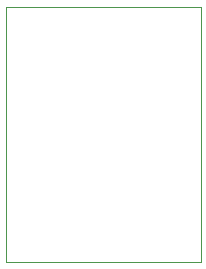
<source format=gbr>
G04 (created by PCBNEW (2013-07-07 BZR 4022)-stable) date 26/01/2015 11:31:51 AM*
%MOIN*%
G04 Gerber Fmt 3.4, Leading zero omitted, Abs format*
%FSLAX34Y34*%
G01*
G70*
G90*
G04 APERTURE LIST*
%ADD10C,0.00590551*%
%ADD11C,0.00393701*%
G04 APERTURE END LIST*
G54D10*
G54D11*
X14550Y-15050D02*
X14550Y-6550D01*
X8050Y-15050D02*
X14550Y-15050D01*
X8050Y-6550D02*
X8050Y-15050D01*
X8050Y-6550D02*
X14550Y-6550D01*
M02*

</source>
